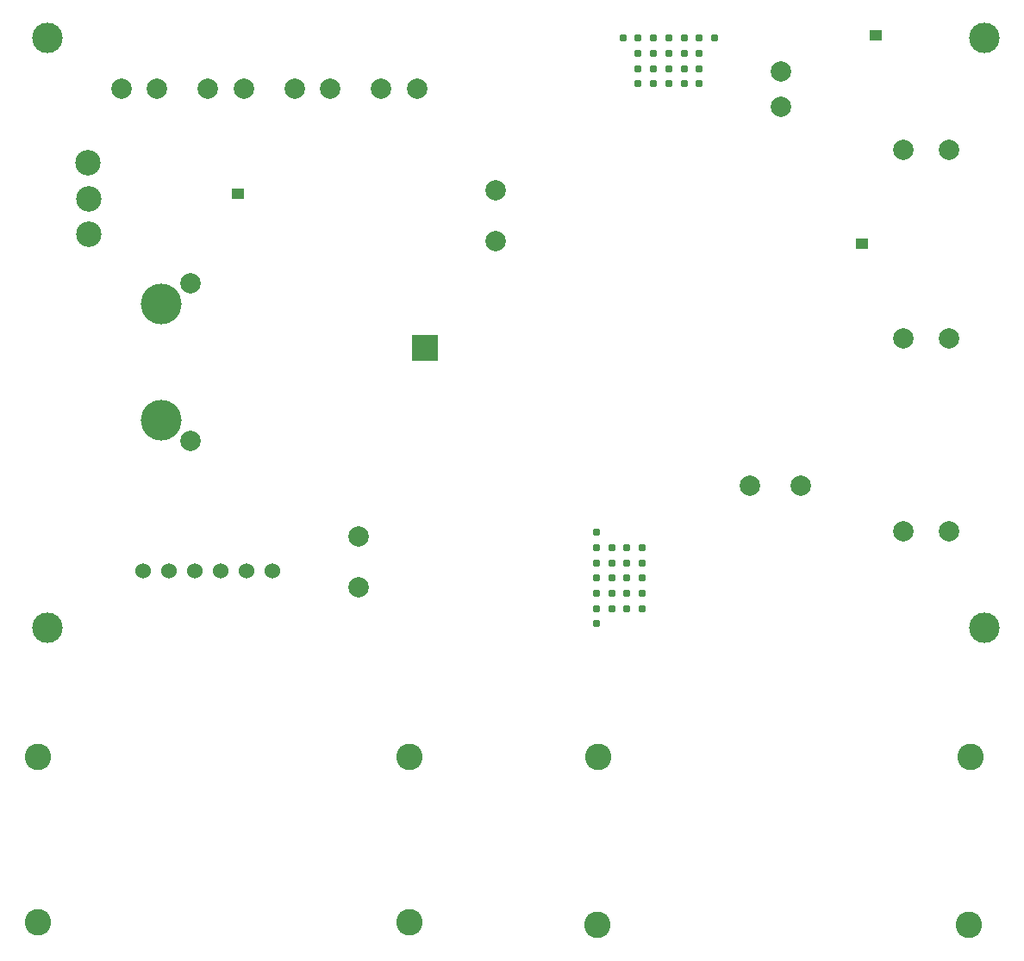
<source format=gbs>
G04 (created by PCBNEW (2013-jul-07)-stable) date Tue 21 Jul 2015 08:42:06 PM PDT*
%MOIN*%
G04 Gerber Fmt 3.4, Leading zero omitted, Abs format*
%FSLAX34Y34*%
G01*
G70*
G90*
G04 APERTURE LIST*
%ADD10C,0.00590551*%
%ADD11C,0.102362*%
%ADD12C,0.06*%
%ADD13C,0.11811*%
%ADD14C,0.0787402*%
%ADD15C,0.15748*%
%ADD16C,0.0984252*%
%ADD17R,0.0472441X0.0393701*%
%ADD18R,0.0984X0.0984*%
%ADD19C,0.0787*%
%ADD20C,0.0307087*%
G04 APERTURE END LIST*
G54D10*
G54D11*
X56023Y-55314D03*
X70393Y-55314D03*
X34370Y-55196D03*
X48740Y-55196D03*
G54D12*
X42436Y-41618D03*
X43436Y-41620D03*
X38444Y-41618D03*
X39444Y-41620D03*
X41440Y-41620D03*
X40440Y-41618D03*
G54D13*
X34763Y-43818D03*
X34763Y-20984D03*
X70984Y-20984D03*
X70984Y-43818D03*
G54D14*
X40964Y-22952D03*
X42342Y-22952D03*
X44311Y-22952D03*
X45689Y-22952D03*
X37618Y-22952D03*
X38996Y-22952D03*
X47657Y-22952D03*
X49035Y-22952D03*
X52086Y-26889D03*
X52086Y-28858D03*
X63897Y-38307D03*
X61929Y-38307D03*
X46771Y-42244D03*
X46771Y-40275D03*
X63110Y-23641D03*
X63110Y-22263D03*
G54D15*
X39146Y-35793D03*
X39146Y-31293D03*
G54D14*
X40295Y-30494D03*
X40295Y-36592D03*
G54D16*
X36299Y-25826D03*
X36338Y-28582D03*
X36338Y-27204D03*
G54D17*
X42125Y-27000D03*
X66771Y-20874D03*
X66259Y-28944D03*
G54D18*
X49334Y-32964D03*
G54D19*
X67834Y-40078D03*
X69606Y-40078D03*
X67834Y-25314D03*
X69606Y-25314D03*
X67834Y-32598D03*
X69606Y-32598D03*
G54D20*
X60551Y-20984D03*
X57007Y-20984D03*
X59960Y-22755D03*
X59960Y-22165D03*
X59960Y-21574D03*
X59960Y-20984D03*
X58779Y-22755D03*
X58779Y-22165D03*
X58779Y-21574D03*
X58779Y-20984D03*
X59370Y-20984D03*
X59370Y-21574D03*
X59370Y-22165D03*
X59370Y-22755D03*
X58188Y-22755D03*
X58188Y-22165D03*
X58188Y-21574D03*
X58188Y-20984D03*
X57598Y-20984D03*
X57598Y-21574D03*
X57598Y-22165D03*
X57598Y-22755D03*
X55984Y-40118D03*
X55984Y-43661D03*
X57755Y-40708D03*
X57165Y-40708D03*
X56574Y-40708D03*
X55984Y-40708D03*
X57755Y-41889D03*
X57165Y-41889D03*
X56574Y-41889D03*
X55984Y-41889D03*
X55984Y-41299D03*
X56574Y-41299D03*
X57165Y-41299D03*
X57755Y-41299D03*
X57755Y-42480D03*
X57165Y-42480D03*
X56574Y-42480D03*
X55984Y-42480D03*
X55984Y-43070D03*
X56574Y-43070D03*
X57165Y-43070D03*
X57755Y-43070D03*
G54D11*
X48740Y-48818D03*
X34370Y-48818D03*
X70433Y-48818D03*
X56062Y-48818D03*
M02*

</source>
